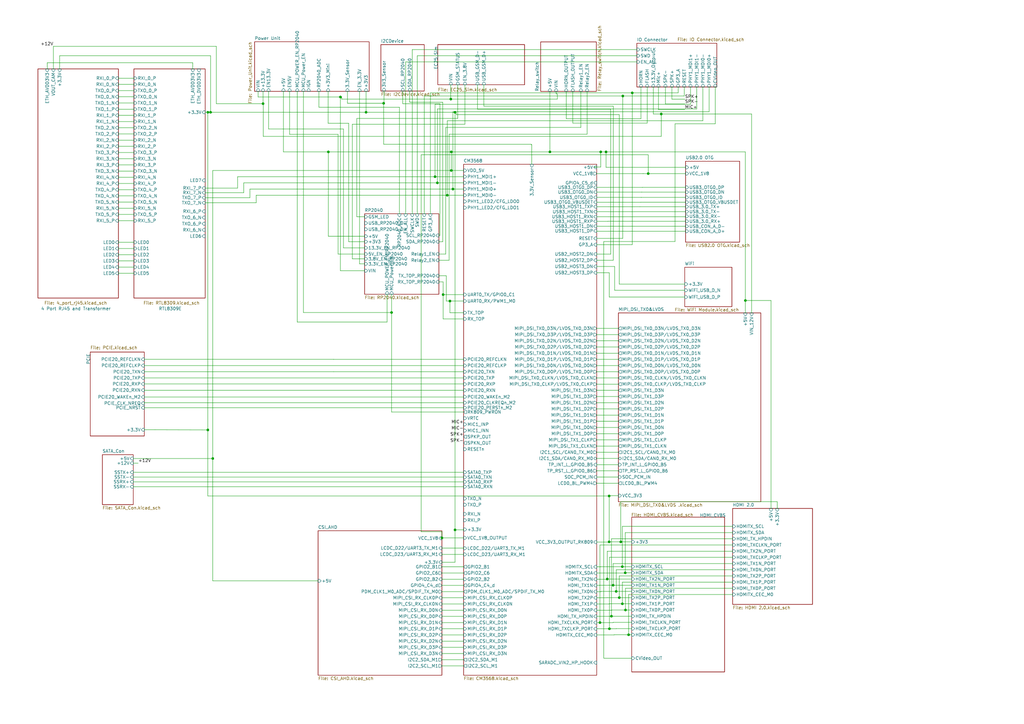
<source format=kicad_sch>
(kicad_sch (version 20230819) (generator eeschema)
  (paper "A3")
  (title_block (title "CamTracker") (date "2022-09-20") (rev "REV1") (company "SmartEQ Bilisim"))
  (junction (at 246.0749 255.3441))
  (junction (at 257.81 260.35))
  (junction (at 305.7143 123.2489))
  (junction (at 183.4532 80.0841))
  (junction (at 255.4496 39.37))
  (junction (at 139.621 39.7773))
  (junction (at 85.2535 46.0466))
  (junction (at 185.7689 77.5441))
  (junction (at 255.2549 232.41))
  (junction (at 250.7889 252.73))
  (junction (at 249.9619 257.8841))
  (junction (at 181.2543 220.6276))
  (junction (at 265.8616 71.1904))
  (junction (at 256.54 250.19))
  (junction (at 86.36 46.0466))
  (junction (at 185.0643 69.9241))
  (junction (at 157.3465 42.368))
  (junction (at 254.6056 222.25))
  (junction (at 87.2743 188.0533))
  (junction (at 271.207 46.7566))
  (junction (at 85.2535 176.342))
  (junction (at 255.27 247.65))
  (junction (at 254 245.11))
  (junction (at 134.6836 62.3041))
  (junction (at 256.4416 234.95))
  (junction (at 179.4008 75.0041))
  (junction (at 246.38 62.3041))
  (junction (at 186.6253 46.0466))
  (junction (at 259.3218 38.1))
  (junction (at 107.8837 42.5069))
  (junction (at 184.8977 40.64))
  (junction (at 178.4286 72.4641))
  (junction (at 252.73 242.57))
  (junction (at 225.5507 62.3041))
  (junction (at 185.0643 62.3041))
  (junction (at 249.8343 203.4243))
  (junction (at 186.6253 217.3333))
  (junction (at 150.1335 46.0466))
  (junction (at 160.6004 128.1761))
  (junction (at 251.46 240.03))
  (junction (at 181.7357 120.8256))
  (junction (at 249.8343 222.25))
  (junction (at 184.5435 123.4654))
  (junction (at 249.0522 237.49))
  (junction (at 248.5643 62.3041))
  (wire (pts (xy 59.1979 149.9341) (xy 190.1443 149.9341)))
  (wire (pts (xy 251.46 255.3441) (xy 246.0749 255.3441)))
  (wire (pts (xy 246.38 62.23) (xy 246.38 62.3041)))
  (wire (pts (xy 263.2462 78.7826) (xy 263.2462 78.7863)))
  (wire (pts (xy 183.0637 113.0853) (xy 183.0637 123.4654)))
  (wire (pts (xy 293.37 50.8) (xy 293.37 35.6717)))
  (wire (pts (xy 261.214 20.32) (xy 169.1013 20.32)))
  (wire (pts (xy 84.1399 46.0466) (xy 85.2535 46.0466)))
  (wire (pts (xy 181.7357 120.8256) (xy 190.1443 120.8256)))
  (wire (pts (xy 146.3657 88.9298) (xy 146.3657 48.5852)))
  (wire (pts (xy 244.7543 188.0341) (xy 253.6443 188.0341)))
  (wire (pts (xy 250.9543 250.19) (xy 250.9543 250.2641)))
  (wire (pts (xy 249.8792 247.65) (xy 249.8792 247.7241)))
  (wire (pts (xy 187.0987 46.99) (xy 187.0987 46.0466)))
  (wire (pts (xy 280.8943 40.6592) (xy 275.59 40.6592)))
  (wire (pts (xy 281.184 88.8697) (xy 281.184 88.7235)))
  (wire (pts (xy 171.1101 87.6853) (xy 171.1101 22.86)))
  (wire (pts (xy 244.7543 94.8228) (xy 244.7543 94.7023)))
  (wire (pts (xy 262.4842 84.7725) (xy 244.7543 84.7725)))
  (wire (pts (xy 190.1443 195.6618) (xy 190.1443 195.7126)))
  (wire (pts (xy 48.5799 90.4966) (xy 54.9299 90.4966)))
  (wire (pts (xy 308.2543 46.7566) (xy 271.207 46.7566)))
  (wire (pts (xy 246.38 62.3041) (xy 248.5643 62.3041)))
  (wire (pts (xy 244.7543 86.7996) (xy 244.7543 86.8389)))
  (wire (pts (xy 262.7382 82.9182) (xy 262.7382 82.9219)))
  (wire (pts (xy 138.6572 55.1211) (xy 118.7671 55.1211)))
  (wire (pts (xy 186.6253 46.0466) (xy 150.1335 46.0466)))
  (wire (pts (xy 244.7543 165.1741) (xy 253.6443 165.1741)))
  (wire (pts (xy 59.1979 167.2127) (xy 190.1443 167.2127)))
  (wire (pts (xy 244.7543 144.8541) (xy 253.6443 144.8541)))
  (wire (pts (xy 107.9554 55.9553) (xy 107.9554 42.5069)))
  (wire (pts (xy 256.54 241.3) (xy 256.54 250.19)))
  (wire (pts (xy 250.7889 252.73) (xy 259.08 252.73)))
  (wire (pts (xy 190.1443 197.6551) (xy 54.6347 197.6551)))
  (wire (pts (xy 19.3699 28.2666) (xy 19.3699 25.7266)))
  (wire (pts (xy 48.5799 34.6166) (xy 54.9299 34.6166)))
  (wire (pts (xy 184.5435 128.27) (xy 184.5435 123.4654)))
  (wire (pts (xy 249.8343 203.2741) (xy 253.6443 203.2741)))
  (wire (pts (xy 157.3465 42.368) (xy 142.5135 42.368)))
  (wire (pts (xy 244.7543 222.3241) (xy 249.8343 222.3241)))
  (wire (pts (xy 149.5396 108.2321) (xy 147.4601 108.2321)))
  (wire (pts (xy 248.92 237.49) (xy 248.92 237.5641)))
  (wire (pts (xy 85.2535 46.0466) (xy 85.2535 176.342)))
  (wire (pts (xy 160.6004 128.1761) (xy 160.6004 168.9841)))
  (wire (pts (xy 184.8977 40.64) (xy 184.8977 34.7894)))
  (wire (pts (xy 166.37 25.4) (xy 261.214 25.4)))
  (wire (pts (xy 244.7543 92.7627) (xy 281.184 92.7627)))
  (wire (pts (xy 59.1979 149.9341) (xy 59.1979 149.9383)))
  (wire (pts (xy 183.4532 49.53) (xy 183.4532 80.0841)))
  (wire (pts (xy 244.7543 195.6541) (xy 253.6443 195.6541)))
  (wire (pts (xy 59.1979 157.48) (xy 190.1443 157.48)))
  (wire (pts (xy 250.19 252.73) (xy 250.19 252.8041)))
  (wire (pts (xy 181.2543 224.787) (xy 190.1443 224.787)))
  (wire (pts (xy 228.6 38.5073) (xy 228.0907 38.5073)))
  (wire (pts (xy 244.7543 172.7941) (xy 253.6443 172.7941)))
  (wire (pts (xy 252.73 242.57) (xy 246.4884 242.57)))
  (wire (pts (xy 252.73 257.81) (xy 259.08 257.81)))
  (wire (pts (xy 48.5799 72.7166) (xy 54.9299 72.7166)))
  (wire (pts (xy 183.4532 80.0841) (xy 190.1443 80.0841)))
  (wire (pts (xy 251.8641 260.35) (xy 251.8641 260.4241)))
  (wire (pts (xy 118.7671 55.1211) (xy 118.7671 37.4762)))
  (wire (pts (xy 181.2543 235.0241) (xy 190.1443 235.0241)))
  (wire (pts (xy 257.81 243.84) (xy 257.81 260.35)))
  (wire (pts (xy 54.6347 189.9473) (xy 56.6706 189.9473)))
  (wire (pts (xy 249.8343 203.4243) (xy 85.2535 203.4243)))
  (wire (pts (xy 134.6836 96.9168) (xy 134.6836 62.3041)))
  (wire (pts (xy 190.1443 128.27) (xy 184.5435 128.27)))
  (wire (pts (xy 283.21 42.7938) (xy 178.4286 42.7938)))
  (wire (pts (xy 163.83 87.6853) (xy 163.83 43.9575)))
  (wire (pts (xy 246.0749 255.3441) (xy 244.7543 255.3441)))
  (wire (pts (xy 172.72 63.5) (xy 265.8616 63.5)))
  (wire (pts (xy 180.0196 106.7353) (xy 184.1858 106.7353)))
  (wire (pts (xy 280.8478 119.0491) (xy 252.0763 119.0491)))
  (wire (pts (xy 249.2833 90.7597) (xy 281.184 90.7597)))
  (wire (pts (xy 140.1303 39.7773) (xy 139.621 39.7773)))
  (wire (pts (xy 225.5507 62.3041) (xy 246.38 62.3041)))
  (wire (pts (xy 181.2543 260.4241) (xy 190.1443 260.4241)))
  (wire (pts (xy 180.4452 96.5753) (xy 180.4452 42.5262)))
  (wire (pts (xy 185.0643 69.9241) (xy 87.2743 69.9241)))
  (wire (pts (xy 244.7543 198.1941) (xy 253.6443 198.1941)))
  (wire (pts (xy 181.2543 270.5841) (xy 190.1443 270.5841)))
  (wire (pts (xy 251.46 231.14) (xy 251.46 240.03)))
  (wire (pts (xy 178.4286 42.7938) (xy 178.4286 72.4641)))
  (wire (pts (xy 165.1997 42.5262) (xy 165.1997 37.3422)))
  (wire (pts (xy 144.5193 50.9356) (xy 190.6977 50.9356)))
  (wire (pts (xy 280.67 39.37) (xy 255.4496 39.37)))
  (wire (pts (xy 144.5193 106.1727) (xy 144.5193 50.9356)))
  (wire (pts (xy 243.84 68.5059) (xy 246.38 68.5059)))
  (wire (pts (xy 181.7357 130.81) (xy 181.7357 120.8256)))
  (wire (pts (xy 255.2549 232.41) (xy 259.08 232.41)))
  (wire (pts (xy 195.841 44.776) (xy 195.841 34.7894)))
  (wire (pts (xy 102.5143 77.5441) (xy 102.5143 81.0623)))
  (wire (pts (xy 228.0907 38.5073) (xy 228.0907 37.5104)))
  (wire (pts (xy 110.1494 52.9047) (xy 110.1494 37.4762)))
  (wire (pts (xy 265.43 50.4771) (xy 234.95 50.4771)))
  (wire (pts (xy 134.5658 50.5734) (xy 134.5658 37.4762)))
  (wire (pts (xy 168.0469 41.6907) (xy 168.045 41.6907)))
  (wire (pts (xy 124.46 128.1761) (xy 160.6004 128.1761)))
  (wire (pts (xy 190.1443 130.81) (xy 181.7357 130.81)))
  (wire (pts (xy 190.1443 72.4641) (xy 178.4286 72.4641)))
  (wire (pts (xy 150.1335 37.4762) (xy 150.1335 46.0466)))
  (wire (pts (xy 244.7543 100.33) (xy 259.3218 100.33)))
  (wire (pts (xy 160.6004 120.7053) (xy 160.6004 128.1761)))
  (wire (pts (xy 149.5396 106.1727) (xy 144.5193 106.1727)))
  (wire (pts (xy 254 46.99) (xy 187.0987 46.99)))
  (wire (pts (xy 281.184 82.9182) (xy 262.7382 82.9182)))
  (wire (pts (xy 249.8343 203.2741) (xy 249.8343 203.4243)))
  (wire (pts (xy 24.4499 22.86) (xy 86.36 22.86)))
  (wire (pts (xy 173.99 39.37) (xy 173.99 87.6853)))
  (wire (pts (xy 217.9567 59.3224) (xy 218.1066 59.3224)))
  (wire (pts (xy 248.5643 68.6504) (xy 281.184 68.6504)))
  (wire (pts (xy 249.9619 257.8841) (xy 244.7543 257.8841)))
  (wire (pts (xy 276.86 50.8) (xy 293.37 50.8)))
  (wire (pts (xy 48.5799 112.0866) (xy 54.9299 112.0866)))
  (wire (pts (xy 190.6977 50.9356) (xy 190.6977 34.7894)))
  (wire (pts (xy 244.7543 245.1841) (xy 248.9695 245.1841)))
  (wire (pts (xy 176.53 38.1) (xy 259.3218 38.1)))
  (wire (pts (xy 290.83 45.8425) (xy 290.83 35.6717)))
  (wire (pts (xy 244.7543 142.3141) (xy 253.6443 142.3141)))
  (wire (pts (xy 252.73 257.81) (xy 252.73 257.8841)))
  (wire (pts (xy 48.5799 101.9266) (xy 54.9299 101.9266)))
  (wire (pts (xy 300.482 241.3) (xy 256.54 241.3)))
  (wire (pts (xy 271.207 55.9553) (xy 271.207 46.7566)))
  (wire (pts (xy 107.8837 37.4762) (xy 107.8837 42.5069)))
  (wire (pts (xy 250.7889 220.98) (xy 250.7889 252.73)))
  (wire (pts (xy 181.2543 220.6276) (xy 190.1443 220.6276)))
  (wire (pts (xy 265.43 35.6717) (xy 265.43 50.4771)))
  (wire (pts (xy 24.4499 22.86) (xy 24.4499 28.2666)))
  (wire (pts (xy 249.8343 203.4243) (xy 249.8343 222.25)))
  (wire (pts (xy 179.4008 44.6846) (xy 179.4008 75.0041)))
  (wire (pts (xy 251.46 240.03) (xy 259.08 240.03)))
  (wire (pts (xy 59.1979 176.2679) (xy 85.2535 176.342)))
  (wire (pts (xy 157.4964 42.368) (xy 157.3465 42.368)))
  (wire (pts (xy 300.482 236.22) (xy 254 236.22)))
  (wire (pts (xy 88.7436 19.0203) (xy 88.7436 42.5069)))
  (wire (pts (xy 48.5799 75.2566) (xy 54.9299 75.2566)))
  (wire (pts (xy 244.7543 190.5741) (xy 253.6443 190.5741)))
  (wire (pts (xy 190.1443 224.787) (xy 190.1443 224.8641)))
  (wire (pts (xy 181.2543 247.7241) (xy 190.1443 247.7241)))
  (wire (pts (xy 168.045 41.6907) (xy 168.045 37.3422)))
  (wire (pts (xy 157.4964 37.3422) (xy 157.4966 37.3422)))
  (wire (pts (xy 190.1443 217.3333) (xy 190.1443 217.17)))
  (wire (pts (xy 265.8616 63.5) (xy 265.8616 71.1904)))
  (wire (pts (xy 181.6251 99.1153) (xy 181.6251 41.9447)))
  (wire (pts (xy 48.5799 70.1766) (xy 54.9299 70.1766)))
  (wire (pts (xy 263.5002 76.8595) (xy 263.5002 76.8632)))
  (wire (pts (xy 225.5507 37.5104) (xy 225.5507 62.3041)))
  (wire (pts (xy 281.184 92.7627) (xy 281.184 92.8186)))
  (wire (pts (xy 48.5799 85.4166) (xy 54.9299 85.4166)))
  (wire (pts (xy 180.0196 104.1953) (xy 182.784 104.1953)))
  (wire (pts (xy 251.5548 43.519) (xy 251.5548 106.7541)))
  (wire (pts (xy 272.9294 42.6522) (xy 272.9294 35.6717)))
  (wire (pts (xy 256.4416 234.95) (xy 259.08 234.95)))
  (wire (pts (xy 316.23 123.2489) (xy 316.23 208.534)))
  (wire (pts (xy 183.0637 123.4654) (xy 184.5435 123.4654)))
  (wire (pts (xy 249.8873 121.8259) (xy 249.8873 111.8341)))
  (wire (pts (xy 263.7542 71.1941) (xy 244.7543 71.1941)))
  (wire (pts (xy 186.6253 46.0466) (xy 186.6253 217.3333)))
  (wire (pts (xy 248.92 237.49) (xy 249.0522 237.49)))
  (wire (pts (xy 146.3657 48.5852) (xy 187.743 48.5852)))
  (wire (pts (xy 176.53 87.6853) (xy 176.53 38.1)))
  (wire (pts (xy 280.8943 44.9663) (xy 270.0675 44.9663)))
  (wire (pts (xy 87.2743 238.2452) (xy 130.4543 238.2452)))
  (wire (pts (xy 48.5799 54.9366) (xy 54.9299 54.9366)))
  (wire (pts (xy 300.482 220.98) (xy 250.7889 220.98)))
  (wire (pts (xy 262.9922 80.9688) (xy 262.9922 80.9725)))
  (wire (pts (xy 252.73 257.8841) (xy 249.9619 257.8841)))
  (wire (pts (xy 190.1443 69.9241) (xy 185.0643 69.9241)))
  (wire (pts (xy 244.7543 106.7541) (xy 251.5548 106.7541)))
  (wire (pts (xy 48.5799 65.0966) (xy 54.9299 65.0966)))
  (wire (pts (xy 185.0643 62.3041) (xy 185.0643 69.9241)))
  (wire (pts (xy 21.9099 28.2666) (xy 21.9099 19.0203)))
  (wire (pts (xy 169.1013 20.32) (xy 169.1013 87.6853)))
  (wire (pts (xy 281.184 71.1904) (xy 265.8616 71.1904)))
  (wire (pts (xy 244.7543 90.7932) (xy 249.2833 90.7932)))
  (wire (pts (xy 48.5799 107.0066) (xy 54.9299 107.0066)))
  (wire (pts (xy 140.8787 101.6795) (xy 140.8787 52.9047)))
  (wire (pts (xy 134.6836 62.3041) (xy 185.0643 62.3041)))
  (wire (pts (xy 181.2543 232.4841) (xy 190.1443 232.4841)))
  (wire (pts (xy 228.6 38.5073) (xy 228.6 40.64)))
  (wire (pts (xy 217.9567 59.195) (xy 157.3465 59.195)))
  (wire (pts (xy 121.92 37.4762) (xy 121.92 132.08)))
  (wire (pts (xy 250.5073 44.776) (xy 195.841 44.776)))
  (wire (pts (xy 244.7543 260.4241) (xy 251.8641 260.4241)))
  (wire (pts (xy 244.7543 160.0941) (xy 253.6443 160.0941)))
  (wire (pts (xy 59.1979 160.0941) (xy 59.1979 160.02)))
  (wire (pts (xy 285.75 44.6846) (xy 179.4008 44.6846)))
  (wire (pts (xy 181.2543 252.8041) (xy 190.1443 252.8041)))
  (wire (pts (xy 180.0196 96.5753) (xy 180.4452 96.5753)))
  (wire (pts (xy 244.7543 104.2141) (xy 250.5073 104.2141)))
  (wire (pts (xy 300.482 228.6) (xy 249.9619 228.6)))
  (wire (pts (xy 54.6347 197.6551) (xy 54.6347 197.5965)))
  (wire (pts (xy 190.1443 227.4041) (xy 181.2543 227.4041)))
  (wire (pts (xy 256.54 250.19) (xy 259.08 250.19)))
  (wire (pts (xy 84.1399 81.0623) (xy 102.5143 81.0623)))
  (wire (pts (xy 300.482 238.76) (xy 255.27 238.76)))
  (wire (pts (xy 48.5799 87.9566) (xy 54.9299 87.9566)))
  (wire (pts (xy 59.1979 152.4975) (xy 136.8043 152.4975)))
  (wire (pts (xy 247.65 99.06) (xy 247.65 269.9564)))
  (wire (pts (xy 181.2543 262.9641) (xy 190.1443 262.9641)))
  (wire (pts (xy 255.27 247.65) (xy 259.08 247.65)))
  (wire (pts (xy 180.0196 99.1153) (xy 181.6251 99.1153)))
  (wire (pts (xy 276.86 99.06) (xy 276.86 50.8)))
  (wire (pts (xy 259.08 269.9564) (xy 247.65 269.9564)))
  (wire (pts (xy 270.0675 44.9663) (xy 270.0675 35.6717)))
  (wire (pts (xy 59.1979 165.1625) (xy 59.1979 165.3935)))
  (wire (pts (xy 244.7543 175.3341) (xy 253.6443 175.3341)))
  (wire (pts (xy 254 116.5179) (xy 254 46.99)))
  (wire (pts (xy 280.8478 116.5179) (xy 254 116.5179)))
  (wire (pts (xy 107.9554 55.9553) (xy 271.207 55.9553)))
  (wire (pts (xy 280.8478 121.8259) (xy 249.8873 121.8259)))
  (wire (pts (xy 246.38 232.4841) (xy 244.7543 232.4841)))
  (wire (pts (xy 255.4496 39.37) (xy 173.99 39.37)))
  (wire (pts (xy 140.1303 40.64) (xy 140.1303 39.7773)))
  (wire (pts (xy 116.2587 62.3041) (xy 134.6836 62.3041)))
  (wire (pts (xy 246.4884 242.57) (xy 246.4884 242.6441)))
  (wire (pts (xy 48.5799 80.3366) (xy 54.9299 80.3366)))
  (wire (pts (xy 86.36 22.86) (xy 86.36 46.0466)))
  (wire (pts (xy 181.2543 240.1041) (xy 190.1443 240.1041)))
  (wire (pts (xy 184.1858 55.02) (xy 240.7907 55.02)))
  (wire (pts (xy 245.9095 240.03) (xy 245.9095 240.1041)))
  (wire (pts (xy 190.1443 165.1625) (xy 59.1979 165.1625)))
  (wire (pts (xy 180.0196 115.6253) (xy 181.7357 115.6253)))
  (wire (pts (xy 105.0543 80.0841) (xy 183.4532 80.0841)))
  (wire (pts (xy 255.2549 215.9) (xy 255.2549 232.41)))
  (wire (pts (xy 271.207 46.7566) (xy 267.97 46.7566)))
  (wire (pts (xy 300.482 243.84) (xy 257.81 243.84)))
  (wire (pts (xy 54.6347 199.6265) (xy 190.1443 199.6265)))
  (wire (pts (xy 244.7543 152.4741) (xy 253.6443 152.4741)))
  (wire (pts (xy 48.5799 99.3866) (xy 54.9299 99.3866)))
  (wire (pts (xy 251.46 255.27) (xy 251.46 255.3441)))
  (wire (pts (xy 48.5799 57.4766) (xy 54.9299 57.4766)))
  (wire (pts (xy 190.1443 199.6265) (xy 190.1443 199.597)))
  (wire (pts (xy 255.4496 97.79) (xy 255.4496 39.37)))
  (wire (pts (xy 248.92 237.5641) (xy 244.7543 237.5641)))
  (wire (pts (xy 257.81 260.35) (xy 259.08 260.35)))
  (wire (pts (xy 130.81 43.9575) (xy 130.81 37.4762)))
  (wire (pts (xy 244.7543 137.2341) (xy 253.6443 137.2341)))
  (wire (pts (xy 187.743 48.5852) (xy 187.743 34.7894)))
  (wire (pts (xy 181.2543 227.4041) (xy 181.2543 227.327)))
  (wire (pts (xy 250.19 252.73) (xy 250.7889 252.73)))
  (wire (pts (xy 278.13 38.1) (xy 278.13 35.6717)))
  (wire (pts (xy 275.59 35.56) (xy 275.6124 35.6717)))
  (wire (pts (xy 181.2543 255.3441) (xy 190.1443 255.3441)))
  (wire (pts (xy 300.482 218.44) (xy 256.4127 218.44)))
  (wire (pts (xy 187.0987 46.0466) (xy 186.6253 46.0466)))
  (wire (pts (xy 251.8641 260.35) (xy 257.81 260.35)))
  (wire (pts (xy 244.7543 180.4141) (xy 253.6443 180.4141)))
  (wire (pts (xy 172.72 218.1072) (xy 181.2543 218.1072)))
  (wire (pts (xy 285.75 35.6717) (xy 285.75 44.6846)))
  (wire (pts (xy 59.1979 155.0141) (xy 190.1443 155.0141)))
  (wire (pts (xy 305.7143 123.2489) (xy 305.7143 62.3041)))
  (wire (pts (xy 244.7543 155.0141) (xy 253.6443 155.0141)))
  (wire (pts (xy 190.1443 162.8307) (xy 190.1443 162.7706)))
  (wire (pts (xy 249.0522 237.49) (xy 259.08 237.49)))
  (wire (pts (xy 308.2543 128.3441) (xy 308.2543 46.7566)))
  (wire (pts (xy 255.27 238.76) (xy 255.27 247.65)))
  (wire (pts (xy 288.29 49.53) (xy 183.4532 49.53)))
  (wire (pts (xy 262.4842 84.7688) (xy 281.184 84.7688)))
  (wire (pts (xy 157.4964 42.368) (xy 157.4964 37.3422)))
  (wire (pts (xy 48.5799 42.2366) (xy 54.9299 42.2366)))
  (wire (pts (xy 243.84 68.5059) (xy 243.84 68.58)))
  (wire (pts (xy 107.9554 42.5069) (xy 107.8837 42.5069)))
  (wire (pts (xy 254.6056 205.74) (xy 254.6056 222.25)))
  (wire (pts (xy 48.5799 49.8566) (xy 54.9299 49.8566)))
  (wire (pts (xy 281.184 78.7826) (xy 263.2462 78.7826)))
  (wire (pts (xy 181.2543 245.1841) (xy 190.1443 245.1841)))
  (wire (pts (xy 305.7143 128.3441) (xy 305.7143 123.2489)))
  (wire (pts (xy 178.4286 72.4641) (xy 97.4343 72.4641)))
  (wire (pts (xy 142.998 99.1153) (xy 142.998 50.5734)))
  (wire (pts (xy 244.7543 193.1141) (xy 253.6443 193.1141)))
  (wire (pts (xy 48.5799 67.6366) (xy 54.9299 67.6366)))
  (wire (pts (xy 248.9695 245.11) (xy 248.9695 245.1841)))
  (wire (pts (xy 246.38 232.41) (xy 246.38 232.4841)))
  (wire (pts (xy 281.184 86.7996) (xy 244.7543 86.7996)))
  (wire (pts (xy 244.7543 240.1041) (xy 245.9095 240.1041)))
  (wire (pts (xy 244.7543 170.2541) (xy 253.6443 170.2541)))
  (wire (pts (xy 184.1858 106.7353) (xy 184.1858 55.02)))
  (wire (pts (xy 190.1443 77.5441) (xy 185.7689 77.5441)))
  (wire (pts (xy 86.36 46.0466) (xy 150.1335 46.0466)))
  (wire (pts (xy 136.8043 147.3941) (xy 190.1443 147.3941)))
  (wire (pts (xy 244.7543 139.7741) (xy 253.6443 139.7741)))
  (wire (pts (xy 251.5548 43.519) (xy 198.4674 43.519)))
  (wire (pts (xy 246.38 232.41) (xy 255.2549 232.41)))
  (wire (pts (xy 246.38 68.5059) (xy 246.38 62.3041)))
  (wire (pts (xy 244.7543 109.2941) (xy 252.0763 109.2941)))
  (wire (pts (xy 234.95 50.4771) (xy 234.95 37.5104)))
  (wire (pts (xy 87.2743 69.9241) (xy 87.2743 188.0533)))
  (wire (pts (xy 168.0469 41.9447) (xy 168.0469 41.6907)))
  (wire (pts (xy 59.1979 147.3859) (xy 136.8043 147.3859)))
  (wire (pts (xy 281.184 94.8228) (xy 244.7543 94.8228)))
  (wire (pts (xy 249.9619 228.6) (xy 249.9619 257.8841)))
  (wire (pts (xy 185.7689 77.5441) (xy 102.5143 77.5441)))
  (wire (pts (xy 182.784 104.1953) (xy 182.784 52.2713)))
  (wire (pts (xy 87.2743 188.0533) (xy 87.2743 238.2452)))
  (wire (pts (xy 48.5799 77.7966) (xy 54.9299 77.7966)))
  (wire (pts (xy 79.0599 25.7266) (xy 79.0599 28.2666)))
  (wire (pts (xy 238.2507 52.2713) (xy 238.2507 37.5104)))
  (wire (pts (xy 252.73 242.57) (xy 259.08 242.57)))
  (wire (pts (xy 251.46 255.27) (xy 259.08 255.27)))
  (wire (pts (xy 249.0522 226.06) (xy 249.0522 237.49)))
  (wire (pts (xy 136.8043 147.3859) (xy 136.8043 147.3941)))
  (wire (pts (xy 244.7543 111.8341) (xy 249.8873 111.8341)))
  (wire (pts (xy 250.9543 250.19) (xy 256.54 250.19)))
  (wire (pts (xy 54.6347 195.6618) (xy 190.1443 195.6618)))
  (wire (pts (xy 256.4127 234.95) (xy 256.4416 234.95)))
  (wire (pts (xy 300.482 233.68) (xy 252.73 233.68)))
  (wire (pts (xy 186.6253 217.3333) (xy 190.1443 217.3333)))
  (wire (pts (xy 275.59 40.6592) (xy 275.59 35.56)))
  (wire (pts (xy 166.37 87.6853) (xy 166.37 25.4)))
  (wire (pts (xy 244.7543 157.5541) (xy 253.6443 157.5541)))
  (wire (pts (xy 149.5396 111.0247) (xy 139.621 111.0247)))
  (wire (pts (xy 305.7143 62.3041) (xy 248.5643 62.3041)))
  (wire (pts (xy 48.5799 104.4666) (xy 54.9299 104.4666)))
  (wire (pts (xy 105.8484 39.7773) (xy 139.621 39.7773)))
  (wire (pts (xy 316.23 123.2489) (xy 305.7143 123.2489)))
  (wire (pts (xy 184.8977 40.64) (xy 228.6 40.64)))
  (wire (pts (xy 157.3465 59.195) (xy 157.3465 42.368)))
  (wire (pts (xy 140.8787 52.9047) (xy 110.1494 52.9047)))
  (wire (pts (xy 180.0196 113.0853) (xy 183.0637 113.0853)))
  (wire (pts (xy 105.8484 39.7773) (xy 105.8484 37.4762)))
  (wire (pts (xy 99.9743 75.0041) (xy 179.4008 75.0041)))
  (wire (pts (xy 181.7357 115.6253) (xy 181.7357 120.8256)))
  (wire (pts (xy 283.21 35.6717) (xy 283.21 42.7938)))
  (wire (pts (xy 181.2543 273.1241) (xy 190.1443 273.1241)))
  (wire (pts (xy 288.29 35.6717) (xy 288.29 49.53)))
  (wire (pts (xy 244.7543 247.7241) (xy 249.8792 247.7241)))
  (wire (pts (xy 21.9099 19.0203) (xy 88.7436 19.0203)))
  (wire (pts (xy 243.84 68.58) (xy 244.7543 68.58)))
  (wire (pts (xy 281.184 76.8595) (xy 263.5002 76.8595)))
  (wire (pts (xy 280.8839 42.6522) (xy 272.9294 42.6522)))
  (wire (pts (xy 218.1066 59.3224) (xy 218.1066 67.3841)))
  (wire (pts (xy 142.5135 42.368) (xy 142.5135 37.4762)))
  (wire (pts (xy 262.9922 80.9688) (xy 281.184 80.9688)))
  (wire (pts (xy 48.5799 47.3166) (xy 54.9299 47.3166)))
  (wire (pts (xy 300.482 226.06) (xy 249.0522 226.06)))
  (wire (pts (xy 263.7542 71.1904) (xy 265.8616 71.1904)))
  (wire (pts (xy 300.482 223.52) (xy 246.0749 223.52)))
  (wire (pts (xy 48.5799 32.0766) (xy 54.9299 32.0766)))
  (wire (pts (xy 48.5799 52.3966) (xy 54.9299 52.3966)))
  (wire (pts (xy 252.0763 119.0491) (xy 252.0763 109.2941)))
  (wire (pts (xy 48.5799 62.5566) (xy 54.9299 62.5566)))
  (wire (pts (xy 245.9095 240.03) (xy 251.46 240.03)))
  (wire (pts (xy 139.621 111.0247) (xy 139.621 39.7773)))
  (wire (pts (xy 246.0749 223.52) (xy 246.0749 255.3441)))
  (wire (pts (xy 262.89 35.6717) (xy 262.89 48.6884)))
  (wire (pts (xy 262.9922 80.9725) (xy 244.7543 80.9725)))
  (wire (pts (xy 181.2543 237.5641) (xy 190.1443 237.5641)))
  (wire (pts (xy 105.0543 80.0841) (xy 105.0543 83.1801)))
  (wire (pts (xy 244.7543 177.8741) (xy 253.6443 177.8741)))
  (wire (pts (xy 262.4842 84.7688) (xy 262.4842 84.7725)))
  (wire (pts (xy 86.36 46.0466) (xy 85.2535 46.0466)))
  (wire (pts (xy 198.4674 43.519) (xy 198.4674 34.7894)))
  (wire (pts (xy 263.2462 78.7863) (xy 244.7543 78.7863)))
  (wire (pts (xy 244.7543 147.3941) (xy 253.6443 147.3941)))
  (wire (pts (xy 247.65 99.06) (xy 276.86 99.06)))
  (wire (pts (xy 181.2543 257.8841) (xy 190.1443 257.8841)))
  (wire (pts (xy 84.1399 79.0118) (xy 99.9743 79.0118)))
  (wire (pts (xy 244.7543 97.79) (xy 255.4496 97.79)))
  (wire (pts (xy 244.7543 235.0241) (xy 256.4416 235.0241)))
  (wire (pts (xy 262.89 48.6884) (xy 232.2402 48.6884)))
  (wire (pts (xy 180.4452 42.5262) (xy 165.1997 42.5262)))
  (wire (pts (xy 256.4416 235.0241) (xy 256.4416 234.95)))
  (wire (pts (xy 84.1399 83.1801) (xy 105.0543 83.1801)))
  (wire (pts (xy 97.4343 72.4641) (xy 97.4343 77.1427)))
  (wire (pts (xy 248.5643 68.6504) (xy 248.5643 62.3041)))
  (wire (pts (xy 262.7382 82.9219) (xy 244.7543 82.9219)))
  (wire (pts (xy 182.784 52.2713) (xy 238.2507 52.2713)))
  (wire (pts (xy 249.2833 90.7932) (xy 249.2833 90.7597)))
  (wire (pts (xy 181.2543 218.1072) (xy 181.2543 220.6276)))
  (wire (pts (xy 250.5073 104.2141) (xy 250.5073 44.776)))
  (wire (pts (xy 149.5396 88.9298) (xy 146.3657 88.9298)))
  (wire (pts (xy 248.9695 245.11) (xy 254 245.11)))
  (wire (pts (xy 318.77 205.74) (xy 318.77 208.534)))
  (wire (pts (xy 48.5799 82.8766) (xy 54.9299 82.8766)))
  (wire (pts (xy 163.83 43.9575) (xy 130.81 43.9575)))
  (wire (pts (xy 184.5435 123.4654) (xy 190.1443 123.4654)))
  (wire (pts (xy 121.92 132.08) (xy 158.75 132.08)))
  (wire (pts (xy 158.75 132.08) (xy 158.75 120.7053)))
  (wire (pts (xy 149.5396 104.1953) (xy 138.6572 104.1953)))
  (wire (pts (xy 185.7689 77.5441) (xy 185.7689 45.8425)))
  (wire (pts (xy 149.5396 99.1153) (xy 142.998 99.1153)))
  (wire (pts (xy 232.2402 48.6884) (xy 232.2402 37.5104)))
  (wire (pts (xy 244.7543 134.6941) (xy 253.6443 134.6941)))
  (wire (pts (xy 48.5799 39.6966) (xy 54.9299 39.6966)))
  (wire (pts (xy 54.6347 188.0533) (xy 87.2743 188.0533)))
  (wire (pts (xy 244.7543 167.7141) (xy 253.6443 167.7141)))
  (wire (pts (xy 259.3218 100.33) (xy 259.3218 38.1)))
  (wire (pts (xy 48.5799 44.7766) (xy 54.9299 44.7766)))
  (wire (pts (xy 160.6004 168.9841) (xy 190.1443 168.9841)))
  (wire (pts (xy 244.7543 149.9341) (xy 253.6443 149.9341)))
  (wire (pts (xy 300.482 215.9) (xy 255.2549 215.9)))
  (wire (pts (xy 116.2587 37.4762) (xy 116.2587 62.3041)))
  (wire (pts (xy 54.6347 193.7322) (xy 190.1443 193.7322)))
  (wire (pts (xy 217.9567 59.3224) (xy 217.9567 59.195)))
  (wire (pts (xy 181.2543 250.2641) (xy 190.1443 250.2641)))
  (wire (pts (xy 85.2535 203.4243) (xy 85.2535 176.342)))
  (wire (pts (xy 249.8343 222.25) (xy 254.6056 222.25)))
  (wire (pts (xy 244.7543 182.9541) (xy 253.6443 182.9541)))
  (wire (pts (xy 244.7543 250.2641) (xy 250.9543 250.2641)))
  (wire (pts (xy 149.5396 101.6795) (xy 140.8787 101.6795)))
  (wire (pts (xy 249.8792 247.65) (xy 255.27 247.65)))
  (wire (pts (xy 136.8043 152.4975) (xy 136.8043 152.4741)))
  (wire (pts (xy 256.4127 218.44) (xy 256.4127 234.95)))
  (wire (pts (xy 181.2543 220.6276) (xy 181.2543 220.7204)))
  (wire (pts (xy 179.4008 75.0041) (xy 190.1443 75.0041)))
  (wire (pts (xy 252.73 233.68) (xy 252.73 242.57)))
  (wire (pts (xy 244.7543 88.8697) (xy 281.184 88.8697)))
  (wire (pts (xy 181.2543 265.5041) (xy 190.1443 265.5041)))
  (wire (pts (xy 250.19 252.8041) (xy 244.7543 252.8041)))
  (wire (pts (xy 48.5799 37.1566) (xy 54.9299 37.1566)))
  (wire (pts (xy 147.4601 108.2321) (xy 147.4601 37.4762)))
  (wire (pts (xy 190.1443 157.48) (xy 190.1443 157.5541)))
  (wire (pts (xy 185.7689 45.8425) (xy 290.83 45.8425)))
  (wire (pts (xy 181.2543 268.0441) (xy 190.1443 268.0441)))
  (wire (pts (xy 280.67 35.6717) (xy 280.67 39.37)))
  (wire (pts (xy 249.8343 222.25) (xy 249.8343 222.3241)))
  (wire (pts (xy 136.8043 152.4741) (xy 190.1443 152.4741)))
  (wire (pts (xy 240.7907 55.02) (xy 240.7907 37.5104)))
  (wire (pts (xy 84.1399 77.1427) (xy 97.4343 77.1427)))
  (wire (pts (xy 254 245.11) (xy 259.08 245.11)))
  (wire (pts (xy 254 236.22) (xy 254 245.11)))
  (wire (pts (xy 244.7543 162.6341) (xy 253.6443 162.6341)))
  (wire (pts (xy 181.6251 41.9447) (xy 168.0469 41.9447)))
  (wire (pts (xy 59.1979 155.0141) (xy 59.1979 155.0154)))
  (wire (pts (xy 244.7543 185.4941) (xy 253.6443 185.4941)))
  (wire (pts (xy 254.6056 222.25) (xy 259.08 222.25)))
  (wire (pts (xy 259.3218 38.1) (xy 278.13 38.1)))
  (wire (pts (xy 99.9743 75.0041) (xy 99.9743 79.0118)))
  (wire (pts (xy 190.1443 160.0941) (xy 59.1979 160.0941)))
  (wire (pts (xy 181.2543 242.6441) (xy 190.1443 242.6441)))
  (wire (pts (xy 171.1101 22.86) (xy 261.214 22.86)))
  (wire (pts (xy 138.6572 104.1953) (xy 138.6572 55.1211)))
  (wire (pts (xy 263.7542 71.1904) (xy 263.7542 71.1941)))
  (wire (pts (xy 88.7436 42.5069) (xy 107.8837 42.5069)))
  (wire (pts (xy 244.7543 242.6441) (xy 246.4884 242.6441)))
  (wire (pts (xy 59.1979 162.8307) (xy 190.1443 162.8307)))
  (wire (pts (xy 172.72 218.1072) (xy 172.72 63.5)))
  (wire (pts (xy 48.5799 60.0166) (xy 54.9299 60.0166)))
  (wire (pts (xy 124.46 37.4762) (xy 124.46 128.1761)))
  (wire (pts (xy 185.0643 62.3041) (xy 225.5507 62.3041)))
  (wire (pts (xy 140.1303 40.64) (xy 184.8977 40.64)))
  (wire (pts (xy 149.5396 96.9168) (xy 134.6836 96.9168)))
  (wire (pts (xy 19.3699 25.7266) (xy 79.0599 25.7266)))
  (wire (pts (xy 186.6253 217.3333) (xy 186.6253 230.5963)))
  (wire (pts (xy 186.6253 230.5963) (xy 181.2543 230.5963)))
  (wire (pts (xy 300.482 231.14) (xy 251.46 231.14)))
  (wire (pts (xy 267.97 46.7566) (xy 267.97 35.6717)))
  (wire (pts (xy 48.5799 109.5466) (xy 54.9299 109.5466)))
  (wire (pts (xy 142.998 50.5734) (xy 134.5658 50.5734)))
  (wire (pts (xy 263.5002 76.8632) (xy 244.7543 76.8632)))
  (wire (pts (xy 254.6056 205.74) (xy 318.77 205.74)))
  (label "SPK-" (at 190.1443 181.6841 180))
  (label "MIC+" (at 280.8943 44.9663 0))
  (label "+12V" (at 21.9099 19.0203 180))
  (label "MIC-" (at 190.1443 176.6041 180))
  (label "SPK+" (at 280.8943 40.6592 0))
  (label "+12V" (at 56.6706 189.9473 0))
  (label "SPK+" (at 190.1443 179.1441 180))
  (label "MIC+" (at 190.1443 174.0641 180))
  (label "SPK-" (at 280.8839 42.6522 0))
  (sheet (at 149.5396 87.6853) (size 30.48 33.02) (stroke (width 0.1524))
    (property "Sheetname" "RP2040" (at 149.5396 86.9737 0) (effects (justify left bottom)))
    (property "Sheetfile" "RP2040.kicad_sch" (at 149.5396 121.2899 0) (effects (justify left top)))
    (pin "5V_EN_RP2040" input (at 149.5396 104.1953 180))
    (pin "3.3V_EN_RP2040" input (at 149.5396 108.2321 180))
    (pin "+3V3" input (at 149.5396 99.1153 180))
    (pin "SDA_RP2040" input (at 180.0196 99.1153 0))
    (pin "SCL_RP2040" input (at 180.0196 96.5753 0))
    (pin "SWD" input (at 171.1101 87.6853 90))
    (pin "SWCLK" input (at 169.1013 87.6853 90))
    (pin "VIN" input (at 149.5396 111.0247 180))
    (pin "TX_TOP_RP2040" input (at 180.0196 113.0853 0))
    (pin "RX_TOP_RP2040" input (at 180.0196 115.6253 0))
    (pin "USB_RP2040_D+" input (at 149.5396 94.0353 180))
    (pin "USB_RP2040_D-" input (at 149.5396 91.4953 180))
    (pin "3.8V_EN_RP2040" input (at 149.5396 106.1727 180))
    (pin "Relay1_EN" input (at 180.0196 104.1953 0))
    (pin "Relay2_EN" input (at 180.0196 106.7353 0))
    (pin "EN_ALL" input (at 166.37 87.6853 90))
    (pin "13.3V_EN_RP2040" input (at 149.5396 101.6795 180))
    (pin "GSM_LED" input (at 149.5396 88.9298 180))
    (pin "+5V" input (at 149.5396 96.9168 180))
    (pin "MCU_Power_EN" input (at 160.6004 120.7053 270))
    (pin "GP3_A" input (at 176.53 87.6853 90))
    (pin "RESET" input (at 173.99 87.6853 90))
    (pin "MCU_POWER_EN_RP2040" input (at 158.75 120.7053 270))
    (pin "RP2040_ADC" input (at 163.83 87.6853 90))
  )
  (sheet (at 259.08 212.09) (size 38.1 63.5) (stroke (width 0.1524))
    (property "Sheetname" "HDMI_CVBS" (at 287.02 212.09 0) (effects (justify left bottom)))
    (property "Sheetfile" "HDMI_CVBS.kicad_sch" (at 258.8455 210.4345 0) (effects (justify left top)))
    (pin "HDMI_TX1N_PORT" input (at 259.08 240.03 180))
    (pin "HDMI_TX1P_PORT" input (at 259.08 247.65 180))
    (pin "HDMI_TX2P_PORT" input (at 259.08 245.11 180))
    (pin "HDMI_TX2N_PORT" input (at 259.08 237.49 180))
    (pin "HDMI_TX0P_PORT" input (at 259.08 250.19 180))
    (pin "HDMI_TX0N_PORT" input (at 259.08 242.57 180))
    (pin "HDMI_TXCLKP_PORT" input (at 259.08 257.81 180))
    (pin "HDMI_TXCLKN_PORT" input (at 259.08 255.27 180))
    (pin "+3V3" input (at 259.08 222.25 180))
    (pin "HDMI_TX_HPDIN" input (at 259.08 252.73 180))
    (pin "HDMITX_CEC_M0" input (at 259.08 260.35 180))
    (pin "HDMITX_SDA" input (at 259.08 234.95 180))
    (pin "HDMITX_SCL" input (at 259.08 232.41 180))
    (pin "CVideo_OUT" input (at 259.08 269.9564 180))
  )
  (sheet (at 37.002 144.3923) (size 22.1959 34.4237) (stroke (width 0.1524))
    (property "Sheetname" "PCIE" (at 37.002 149.4723 90) (effects (justify left bottom)))
    (property "Sheetfile" "PCIE.kicad_sch" (at 37.002 141.8523 0) (effects (justify left top)))
    (pin "PCIE20_RXP" input (at 59.1979 157.48 0))
    (pin "PCIE20_REFCLKN" input (at 59.1979 147.3859 0))
    (pin "PCIE20_REFCLKP" input (at 59.1979 149.9383 0))
    (pin "PCIE20_TXP" input (at 59.1979 155.0154 0))
    (pin "PCIE20_RXN" input (at 59.1979 160.02 0))
    (pin "PCIE20_TXN" input (at 59.1979 152.4975 0))
    (pin "+3.3V" input (at 59.1979 176.2679 0))
    (pin "PCIE20_WAKEn_M2" input (at 59.1979 162.8307 0))
    (pin "PCIE_NRST" input (at 59.1979 167.2127 0))
    (pin "PCIE_CLK_NREQ" input (at 59.1979 165.3935 0))
  )
  (sheet (at 15.5599 28.2666) (size 33.02 93.98) (stroke (width 0.1524))
    (property "Sheetname" "4 Port RJ45 and Transformer" (at 16.8299 127.3266 0) (effects (justify left bottom)))
    (property "Sheetfile" "4_port_rj45.kicad_sch" (at 18.0999 123.5166 0) (effects (justify left top)))
    (pin "TXO_2_P" input (at 48.5799 54.9366 0))
    (pin "TXO_3_P" input (at 48.5799 62.5566 0))
    (pin "TXO_3_N" input (at 48.5799 70.1766 0))
    (pin "RXI_3_P" input (at 48.5799 67.6366 0))
    (pin "TXO_2_N" input (at 48.5799 52.3966 0))
    (pin "ETH_AVDD3V3" input (at 19.3699 28.2666 90))
    (pin "VOUT_CAM" input (at 21.9099 28.2666 90))
    (pin "+3.3V" input (at 24.4499 28.2666 90))
    (pin "LED2" input (at 48.5799 104.4666 0))
    (pin "LED3" input (at 48.5799 107.0066 0))
    (pin "LED1" input (at 48.5799 101.9266 0))
    (pin "LED4" input (at 48.5799 109.5466 0))
    (pin "TXO_0_N" input (at 48.5799 39.6966 0))
    (pin "TXO_1_N" input (at 48.5799 42.2366 0))
    (pin "RXI_1_N" input (at 48.5799 49.8566 0))
    (pin "TXO_1_P" input (at 48.5799 44.7766 0))
    (pin "RXI_1_P" input (at 48.5799 47.3166 0))
    (pin "TXO_0_P" input (at 48.5799 37.1566 0))
    (pin "RXI_0_P" input (at 48.5799 32.0766 0))
    (pin "RXI_0_N" input (at 48.5799 34.6166 0))
    (pin "RXI_2_N" input (at 48.5799 57.4766 0))
    (pin "RXI_2_P" input (at 48.5799 60.0166 0))
    (pin "RXI_3_N" input (at 48.5799 65.0966 0))
    (pin "TXO_4_P" input (at 48.5799 77.7966 0))
    (pin "RXI_4_N" input (at 48.5799 72.7166 0))
    (pin "TXO_4_N" input (at 48.5799 80.3366 0))
    (pin "RXI_4_P" input (at 48.5799 75.2566 0))
    (pin "TXO_5_P" input (at 48.5799 87.9566 0))
    (pin "RXI_5_N" input (at 48.5799 85.4166 0))
    (pin "TXO_5_N" input (at 48.5799 82.8766 0))
    (pin "RXI_5_P" input (at 48.5799 90.4966 0))
    (pin "LED0" input (at 48.5799 99.3866 0))
    (pin "LED5" input (at 48.5799 112.0866 0))
  )
  (sheet (at 253.6443 128.3441) (size 58.42 77.47) (stroke (width 0.1524))
    (property "Sheetname" "MIPI_DSI_TX0&LVDS " (at 253.6443 127.6325 0) (effects (justify left bottom)))
    (property "Sheetfile" "MIPI_DSI_TX0&LVDS .kicad_sch" (at 253.6443 206.3987 0) (effects (justify left top)))
    (pin "MIPI_DSI_TX0_D2N{slash}LVDS_TX0_D2N" output (at 253.6443 139.7741 180))
    (pin "MIPI_DSI_TX0_D0N{slash}LVDS_TX0_D0N" output (at 253.6443 149.9341 180))
    (pin "MIPI_DSI_TX0_D1N{slash}LVDS_TX0_D1N" output (at 253.6443 144.8541 180))
    (pin "MIPI_DSI_TX1_D0N" output (at 253.6443 175.3341 180))
    (pin "MIPI_DSI_TX0_D3N{slash}LVDS_TX0_D3N" output (at 253.6443 134.6941 180))
    (pin "MIPI_DSI_TX0_CLKN{slash}LVDS_TX0_CLKN" output (at 253.6443 155.0141 180))
    (pin "LCD0_BL_PWM4" output (at 253.6443 198.1941 180))
    (pin "MIPI_DSI_TX1_D3N" output (at 253.6443 160.0941 180))
    (pin "MIPI_DSI_TX1_D2N" output (at 253.6443 165.1741 180))
    (pin "MIPI_DSI_TX1_CLKN" output (at 253.6443 182.9541 180))
    (pin "MIPI_DSI_TX1_D1N" output (at 253.6443 170.2541 180))
    (pin "I2C1_SDA{slash}CAN0_RX_M0" bidirectional (at 253.6443 188.0341 180))
    (pin "TP_INT_L_GPIO0_B5" input (at 253.6443 190.5741 180))
    (pin "VCC_3V3" input (at 253.6443 203.2741 180))
    (pin "VIN_12V" input (at 308.2543 128.3441 90))
    (pin "+5V" input (at 305.7143 128.3441 90))
    (pin "MIPI_DSI_TX1_D0P" output (at 253.6443 177.8741 180))
    (pin "MIPI_DSI_TX1_CLKP" output (at 253.6443 180.4141 180))
    (pin "MIPI_DSI_TX1_D1P" output (at 253.6443 172.7941 180))
    (pin "MIPI_DSI_TX1_D3P" output (at 253.6443 162.6341 180))
    (pin "MIPI_DSI_TX1_D2P" output (at 253.6443 167.7141 180))
    (pin "SOC_PCM_IN" input (at 253.6443 195.6541 180))
    (pin "MIPI_DSI_TX0_D1P{slash}LVDS_TX0_D1P" output (at 253.6443 147.3941 180))
    (pin "MIPI_DSI_TX0_D3P{slash}LVDS_TX0_D3P" output (at 253.6443 137.2341 180))
    (pin "MIPI_DSI_TX0_CLKP{slash}LVDS_TX0_CLKP" output (at 253.6443 157.5541 180))
    (pin "MIPI_DSI_TX0_D2P{slash}LVDS_TX0_D2P" output (at 253.6443 142.3141 180))
    (pin "MIPI_DSI_TX0_D0P{slash}LVDS_TX0_D0P" output (at 253.6443 152.4741 180))
    (pin "I2C1_SCL{slash}CAN0_TX_M0" output (at 253.6443 185.4941 180))
    (pin "TP_RST_L_GPIO0_B6" output (at 253.6443 193.1141 180))
  )
  (sheet (at 156.2264 18.2922) (size 17.78 19.05) (stroke (width 0.1524))
    (property "Sheetname" "I2CDevice" (at 156.2264 17.5806 0) (effects (justify left bottom)))
    (property "Sheetfile" "I2CDevice.kicad_sch" (at 156.2264 37.9268 0) (effects (justify left top)))
    (pin "SCL_RP2040" input (at 165.1997 37.3422 270))
    (pin "SDA_RP2040" input (at 168.045 37.3422 270))
    (pin "3V3_Sensor" input (at 157.4966 37.3422 270))
  )
  (sheet (at 300.482 208.534) (size 32.766 39.37) (stroke (width 0.1524))
    (property "Sheetname" "HDMI 2.0 " (at 300.482 207.8224 0) (effects (justify left bottom)))
    (property "Sheetfile" "HDMI 2.0.kicad_sch" (at 300.482 248.4886 0) (effects (justify left top)))
    (pin "HDMI_TX1P_PORT" input (at 300.482 238.76 180))
    (pin "HDMI_TX1N_PORT" input (at 300.482 231.14 180))
    (pin "HDMI_TX0P_PORT" input (at 300.482 241.3 180))
    (pin "HDMI_TX0N_PORT" input (at 300.482 233.68 180))
    (pin "HDMI_TXCLKP_PORT" input (at 300.482 228.6 180))
    (pin "HDMI_TX2P_PORT" input (at 300.482 236.22 180))
    (pin "HDMI_TX2N_PORT" input (at 300.482 226.06 180))
    (pin "HDMI_TXCLKN_PORT" input (at 300.482 223.52 180))
    (pin "HDMI_TX_HPDIN" input (at 300.482 220.98 180))
    (pin "HDMITX_CEC_M0" input (at 300.482 243.84 180))
    (pin "HDMITX_SDA" input (at 300.482 218.44 180))
    (pin "HDMITX_SCL" input (at 300.482 215.9 180))
    (pin "+5V" input (at 316.23 208.534 90))
    (pin "+3.3V" input (at 318.77 208.534 90))
  )
  (sheet (at 261.214 17.7415) (size 32.8029 17.9302) (stroke (width 0.1524))
    (property "Sheetname" "IO Connector" (at 261.214 17.0299 0) (effects (justify left bottom)))
    (property "Sheetfile" "IO Connector.kicad_sch" (at 277.7419 15.4886 0) (effects (justify left top)))
    (pin "HORN" input (at 262.89 35.6717 270))
    (pin "FLASH" input (at 265.43 35.6717 270))
    (pin "13.3V_Outpıut" input (at 267.97 35.6717 270))
    (pin "Mic+" input (at 270.0675 35.6717 270))
    (pin "SPK-" input (at 272.9294 35.6717 270))
    (pin "SPK+" input (at 275.6124 35.6717 270))
    (pin "GP3_A" input (at 278.13 35.6717 270))
    (pin "RESET" input (at 280.67 35.6717 270))
    (pin "PHY1_MDI1+" input (at 283.21 35.6717 270))
    (pin "PHY1_MDI1-" input (at 285.75 35.6717 270))
    (pin "PHY1_MDI0-" input (at 288.29 35.6717 270))
    (pin "PHY1_MDI0+" input (at 290.83 35.6717 270))
    (pin "CVideo_OUT" input (at 293.37 35.6717 270))
    (pin "SWD" input (at 261.214 22.86 180))
    (pin "SWCLK" input (at 261.214 20.32 180))
    (pin "EN_ALL" input (at 261.214 25.4 180))
  )
  (sheet (at 54.9299 28.2666) (size 29.21 93.98) (stroke (width 0.1524))
    (property "Sheetname" "RTL8309E" (at 65.0899 127.3266 0) (effects (justify left bottom)))
    (property "Sheetfile" "RTL8309.kicad_sch" (at 58.7399 123.5166 0) (effects (justify left top)))
    (pin "RXI_0_P" input (at 54.9299 32.0766 180))
    (pin "RXI_0_N" input (at 54.9299 34.6166 180))
    (pin "TXO_0_P" input (at 54.9299 37.1566 180))
    (pin "TXO_0_N" input (at 54.9299 39.6966 180))
    (pin "TXO_1_N" input (at 54.9299 42.2366 180))
    (pin "TXO_1_P" input (at 54.9299 44.7766 180))
    (pin "RXI_1_P" input (at 54.9299 47.3166 180))
    (pin "RXI_1_N" input (at 54.9299 49.8566 180))
    (pin "RXI_2_N" input (at 54.9299 57.4766 180))
    (pin "TXO_2_N" input (at 54.9299 52.3966 180))
    (pin "TXO_2_P" input (at 54.9299 54.9366 180))
    (pin "RXI_2_P" input (at 54.9299 60.0166 180))
    (pin "TXO_4_P" input (at 54.9299 77.7966 180))
    (pin "TXO_4_N" input (at 54.9299 80.3366 180))
    (pin "TXO_3_P" input (at 54.9299 62.5566 180))
    (pin "RXI_3_N" input (at 54.9299 65.0966 180))
    (pin "RXI_4_N" input (at 54.9299 72.7166 180))
    (pin "RXI_4_P" input (at 54.9299 75.2566 180))
    (pin "RXI_3_P" input (at 54.9299 67.6366 180))
    (pin "TXO_3_N" input (at 54.9299 70.1766 180))
    (pin "LED4" input (at 54.9299 109.5466 180))
    (pin "LED3" input (at 54.9299 107.0066 180))
    (pin "LED2" input (at 54.9299 104.4666 180))
    (pin "LED1" input (at 54.9299 101.9266 180))
    (pin "LED5" input (at 54.9299 112.0866 180))
    (pin "LED6" input (at 84.1399 96.8466 0))
    (pin "LED7" input (at 84.1399 73.9866 0))
    (pin "ETH_DVDD3V3" input (at 81.5999 28.2666 90))
    (pin "ETH_AVDD3V3" input (at 79.0599 28.2666 90))
    (pin "LED0" input (at 54.9299 99.3866 180))
    (pin "RXI_6_N" input (at 84.1399 94.3066 0))
    (pin "TXO_6_P" input (at 84.1399 91.7666 0))
    (pin "TXO_6_N" input (at 84.1399 89.2266 0))
    (pin "RXI_6_P" input (at 84.1399 86.6866 0))
    (pin "RXI_5_P" input (at 54.9299 90.4966 180))
    (pin "RXI_7_P" input (at 84.1399 77.1427 0))
    (pin "TXO_7_N" input (at 84.1399 83.1801 0))
    (pin "TXO_5_P" input (at 54.9299 87.9566 180))
    (pin "RXI_5_N" input (at 54.9299 85.4166 180))
    (pin "TXO_5_N" input (at 54.9299 82.8766 180))
    (pin "TXO_7_P" input (at 84.1399 81.0623 0))
    (pin "RXI_7_N" input (at 84.1399 79.0118 0))
    (pin "+3.3V" input (at 84.1399 46.0466 0))
  )
  (sheet (at 190.1443 67.3841) (size 54.61 209.55) (stroke (width 0.1524))
    (property "Sheetname" "CM3568" (at 190.1443 66.6725 0) (effects (justify left bottom)))
    (property "Sheetfile" "CM3568.kicad_sch" (at 190.1443 277.5187 0) (effects (justify left top)))
    (pin "VCC_3V3_OUTPUT_RK809" input (at 244.7543 222.3241 0))
    (pin "PHY1_MDI0+" input (at 190.1443 77.5441 180))
    (pin "PHY1_MDI1-" input (at 190.1443 75.0041 180))
    (pin "PHY1_MDI1+" input (at 190.1443 72.4641 180))
    (pin "PHY1_MDI0-" input (at 190.1443 80.0841 180))
    (pin "VCC_1V8_OUTPUT" input (at 190.1443 220.6276 180))
    (pin "HDMITX_CEC_M0" input (at 244.7543 260.4241 0))
    (pin "HDMITX_SCL" input (at 244.7543 232.4841 0))
    (pin "HDMITX_SDA" input (at 244.7543 235.0241 0))
    (pin "USB2_HOST3_DP" input (at 244.7543 111.8341 0))
    (pin "USB2_HOST3_DN" input (at 244.7543 109.2941 0))
    (pin "USB2_HOST2_DP" input (at 244.7543 106.7541 0))
    (pin "PHY1_LED2{slash}CFG_LDO1" input (at 190.1443 85.1641 180))
    (pin "USB2_HOST2_DN" input (at 244.7543 104.2141 0))
    (pin "USB3_OTG0_VBUSDET" input (at 244.7543 82.9219 0))
    (pin "USB3_OTG0_ID" input (at 244.7543 80.9725 0))
    (pin "USB3_OTG0_DN" input (at 244.7543 78.7863 0))
    (pin "USB3_OTG0_DP" input (at 244.7543 76.8632 0))
    (pin "USB3_HOST1_DN" input (at 244.7543 92.7627 0))
    (pin "USB3_HOST1_DP" input (at 244.7543 94.7023 0))
    (pin "USB3_HOST1_RXN" input (at 244.7543 88.8697 0))
    (pin "USB3_HOST1_TXN" input (at 244.7543 86.8389 0))
    (pin "USB3_HOST1_TXP" input (at 244.7543 84.7725 0))
    (pin "USB3_HOST1_RXP" input (at 244.7543 90.7932 0))
    (pin "HDMI_TXCLKP_PORT" input (at 244.7543 257.8841 0))
    (pin "HDMI_TXCLKN_PORT" input (at 244.7543 255.3441 0))
    (pin "UART0_TX{slash}GPIO0_C1" input (at 190.1443 120.8256 180))
    (pin "UART0_RX{slash}PWM1_M0" input (at 190.1443 123.4654 180))
    (pin "SARADC_VIN2_HP_HOOK" input (at 244.7543 271.78 0))
    (pin "PCIE20_REFCLKN" input (at 190.1443 147.3941 180))
    (pin "HDMI_TX_HPDIN" input (at 244.7543 252.8041 0))
    (pin "PCIE20_REFCLKP" input (at 190.1443 149.9341 180))
    (pin "PCIE20_TXN" input (at 190.1443 152.4741 180))
    (pin "PCIE20_RXN" input (at 190.1443 160.0941 180))
    (pin "PCIE20_RXP" input (at 190.1443 157.5541 180))
    (pin "PCIE20_TXP" input (at 190.1443 155.0141 180))
    (pin "HDMI_TX2N" input (at 244.7543 237.5641 0))
    (pin "HDMI_TX0N" input (at 244.7543 242.6441 0))
    (pin "HDMI_TX1N" input (at 244.7543 240.1041 0))
    (pin "HDMI_TX2P" input (at 244.7543 245.1841 0))
    (pin "HDMI_TX0P" input (at 244.7543 250.2641 0))
    (pin "HDMI_TX1P" input (at 244.7543 247.7241 0))
    (pin "PHY1_LED2{slash}CFG_LDO0" input (at 190.1443 82.6241 180))
    (pin "MIPI_CSI_RX_CLK0N" input (at 190.1443 247.7241 180))
    (pin "MIPI_CSI_RX_D2P" input (at 190.1443 260.4241 180))
    (pin "MIPI_CSI_RX_D3N" input (at 190.1443 268.0441 180))
    (pin "MIPI_CSI_RX_D3P" input (at 190.1443 265.5041 180))
    (pin "MIPI_CSI_RX_D2N" input (at 190.1443 262.9641 180))
    (pin "MIPI_CSI_RX_D0P" input (at 190.1443 252.8041 180))
    (pin "MIPI_CSI_RX_D1P" input (at 190.1443 257.8841 180))
    (pin "MIPI_CSI_RX_D1N" input (at 190.1443 255.3441 180))
    (pin "MIPI_CSI_RX_D0N" input (at 190.1443 250.2641 180))
    (pin "MIPI_CSI_RX_CLK0P" input (at 190.1443 245.1841 180))
    (pin "I2C2_SDA_M1" output (at 190.1443 270.5841 180))
    (pin "I2C2_SCL_M1" output (at 190.1443 273.1241 180))
    (pin "LCDC_D23{slash}UART3_RX_M1" input (at 190.1443 227.4041 180))
    (pin "PDM_CLK1_M0_ADC{slash}SPDIF_TX_M0" output (at 190.1443 242.6441 180))
    (pin "GPIO4_C4_d" output (at 190.1443 240.1041 180))
    (pin "LCDC_D22{slash}UART3_TX_M1" input (at 190.1443 224.8641 180))
    (pin "GPIO2_B2" input (at 190.1443 237.5641 180))
    (pin "GPIO2_C6" output (at 190.1443 235.0241 180))
    (pin "GPIO2_B1" output (at 190.1443 232.4841 180))
    (pin "VRTC" input (at 190.1443 171.5241 180))
    (pin "RK809_PWRON" output (at 190.1443 168.9841 180))
    (pin "SPKP_OUT" output (at 190.1443 179.1441 180))
    (pin "SPKN_OUT" output (at 190.1443 181.6841 180))
    (pin "MIC1_INN" input (at 190.1443 176.6041 180))
    (pin "MIC1_INP" input (at 190.1443 174.0641 180))
    (pin "RESETn" input (at 190.1443 184.2241 180))
    (pin "GPIO4_C5_d" input (at 244.7543 75.0041 0))
    (pin "VCC_1V8" output (at 244.7543 71.1941 0))
    (pin "SOC_PCM_IN" input (at 244.7543 195.6541 0))
    (pin "I2C1_SCL{slash}CAN0_TX_M0" output (at 244.7543 185.4941 0))
    (pin "TP_RST_L_GPIO0_B6" output (at 244.7543 193.1141 0))
    (pin "LCD0_BL_PWM4" output (at 244.7543 198.1941 0))
    (pin "I2C1_SDA{slash}CAN0_RX_M0" bidirectional (at 244.7543 188.0341 0))
    (pin "TP_INT_L_GPIO0_B5" input (at 244.7543 190.5741 0))
    (pin "MIPI_DSI_TX0_D0N{slash}LVDS_TX0_D0N" output (at 244.7543 149.9341 0))
    (pin "MIPI_DSI_TX0_D1N{slash}LVDS_TX0_D1N" output (at 244.7543 144.8541 0))
    (pin "MIPI_DSI_TX0_D1P{slash}LVDS_TX0_D1P" output (at 244.7543 147.3941 0))
    (pin "MIPI_DSI_TX0_D0P{slash}LVDS_TX0_D0P" output (at 244.7543 152.4741 0))
    (pin "MIPI_DSI_TX0_D2N{slash}LVDS_TX0_D2N" output (at 244.7543 139.7741 0))
    (pin "MIPI_DSI_TX0_D3N{slash}LVDS_TX0_D3N" output (at 244.7543 134.6941 0))
    (pin "MIPI_DSI_TX0_CLKN{slash}LVDS_TX0_CLKN" output (at 244.7543 155.0141 0))
    (pin "MIPI_DSI_TX0_D3P{slash}LVDS_TX0_D3P" output (at 244.7543 137.2341 0))
    (pin "MIPI_DSI_TX0_D2P{slash}LVDS_TX0_D2P" output (at 244.7543 142.3141 0))
    (pin "MIPI_DSI_TX1_D0N" output (at 244.7543 175.3341 0))
    (pin "MIPI_DSI_TX1_CLKN" output (at 244.7543 182.9541 0))
    (pin "MIPI_DSI_TX1_D1N" output (at 244.7543 170.2541 0))
    (pin "MIPI_DSI_TX1_D0P" output (at 244.7543 177.8741 0))
    (pin "MIPI_DSI_TX1_D1P" output (at 244.7543 172.7941 0))
    (pin "MIPI_DSI_TX1_D3N" output (at 244.7543 160.0941 0))
    (pin "MIPI_DSI_TX1_D2N" output (at 244.7543 165.1741 0))
    (pin "MIPI_DSI_TX1_CLKP" output (at 244.7543 180.4141 0))
    (pin "MIPI_DSI_TX1_D3P" output (at 244.7543 162.6341 0))
    (pin "MIPI_DSI_TX1_D2P" output (at 244.7543 167.7141 0))
    (pin "MIPI_DSI_TX0_CLKP{slash}LVDS_TX0_CLKP" output (at 244.7543 157.5541 0))
    (pin "SATA0_RXP" input (at 190.1443 197.6551 180))
    (pin "SATA0_TXN" input (at 190.1443 195.7126 180))
    (pin "SATA0_TXP" input (at 190.1443 193.7322 180))
    (pin "SATA0_RXN" input (at 190.1443 199.597 180))
    (pin "VDD_5V" input (at 190.1443 69.9241 180))
    (pin "PCIE20_WAKEn_M2" input (at 190.1443 162.7706 180))
    (pin "PCIE20_CLKREQn_M2" input (at 190.1443 165.1625 180))
    (pin "PCIE20_PERSTn_M2" input (at 190.1443 167.2127 180))
    (pin "3.3V_Sensor" input (at 218.1066 67.3841 90))
    (pin "TXO_N" input (at 190.1443 204.47 180))
    (pin "RXI_N" input (at 190.1443 210.82 180))
    (pin "TXO_P" input (at 190.1443 207.01 180))
    (pin "RXI_P" input (at 190.1443 213.36 180))
    (pin "RESET" input (at 244.7543 97.79 0))
    (pin "+5V" input (at 244.7543 68.58 0))
    (pin "RX_TOP" input (at 190.1443 130.81 180))
    (pin "+3.3V" input (at 190.1443 217.17 180))
    (pin "TX_TOP" input (at 190.1443 128.27 180))
    (pin "GP3_A" input (at 244.7543 100.33 0))
  )
  (sheet (at 130.4543 217.678) (size 50.8 59.2561) (stroke (width 0.1524))
    (property "Sheetname" "CSI_AHD" (at 130.4543 216.9664 0) (effects (justify left bottom)))
    (property "Sheetfile" "CSI_AHD.kicad_sch" (at 130.4543 277.5187 0) (effects (justify left top)))
    (pin "MIPI_CSI_RX_D1N" input (at 181.2543 255.3441 0))
    (pin "MIPI_CSI_RX_D0N" input (at 181.2543 250.2641 0))
    (pin "MIPI_CSI_RX_D1P" input (at 181.2543 257.8841 0))
    (pin "MIPI_CSI_RX_D2P" input (at 181.2543 260.4241 0))
    (pin "MIPI_CSI_RX_D2N" input (at 181.2543 262.9641 0))
    (pin "MIPI_CSI_RX_D3N" input (at 181.2543 268.0441 0))
    (pin "MIPI_CSI_RX_D3P" input (at 181.2543 265.5041 0))
    (pin "I2C2_SDA_M1" output (at 181.2543 270.5841 0))
    (pin "I2C2_SCL_M1" output (at 181.2543 273.1241 0))
    (pin "GPIO2_B1" output (at 181.2543 232.4841 0))
    (pin "PDM_CLK1_M0_ADC{slash}SPDIF_TX_M0" output (at 181.2543 242.6441 0))
    (pin "LCDC_D23{slash}UART3_RX_M1" input (at 181.2543 227.327 0))
    (pin "GPIO4_C4_d" output (at 181.2543 240.1041 0))
    (pin "LCDC_D22{slash}UART3_TX_M1" input (at 181.2543 224.787 0))
    (pin "MIPI_CSI_RX_D0P" input (at 181.2543 252.8041 0))
    (pin "MIPI_CSI_RX_CLK0N" input (at 181.2543 247.7241 0))
    (pin "MIPI_CSI_RX_CLK0P" input (at 181.2543 245.1841 0))
    (pin "GPIO2_C6" output (at 181.2543 235.0241 0))
    (pin "GPIO2_B2" input (at 181.2543 237.5641 0))
    (pin "+3.3V" input (at 181.2543 230.5963 0))
    (pin "+5V" input (at 130.4543 238.2452 180))
    (pin "VCC_1V8" input (at 181.2543 220.7204 0))
  )
  (sheet (at 104.4135 17.1562) (size 46.99 20.32) (stroke (width 0.1524))
    (property "Sheetname" "Power Unit" (at 104.4135 16.4446 0) (effects (justify left bottom)))
    (property "Sheetfile" "Power_Unit.kicad_sch" (at 101.8735 42.5562 90) (effects (justify left top)))
    (pin "3.3V_Sensor" input (at 142.5135 37.4762 270))
    (pin "+3V3" input (at 150.1335 37.4762 270))
    (pin "VIN" input (at 105.8484 37.4762 270))
    (pin "+5V" input (at 116.2587 37.4762 270))
    (pin "EN5V" input (at 118.7671 37.4762 270))
    (pin "+13.3V" input (at 107.8837 37.4762 270))
    (pin "EN13.3V" input (at 110.1494 37.4762 270))
    (pin "+3V3_Mini" input (at 134.5658 37.4762 270))
    (pin "EN_3.3V" input (at 147.4601 37.4762 270))
    (pin "IGN" input (at 126.5764 37.4762 270))
    (pin "MCU_POWER_EN_RP2040" input (at 121.92 37.4762 270))
    (pin "MCU_Power_EN" input (at 124.46 37.4762 270))
    (pin "RP2040_ADC" input (at 130.81 37.4762 270))
  )
  (sheet (at 41.9992 186.475) (size 12.6355 20.4844) (stroke (width 0.1524))
    (property "Sheetname" "SATA_Con" (at 41.9992 185.7634 0) (effects (justify left bottom)))
    (property "Sheetfile" "SATA_Con.kicad_sch" (at 41.9992 207.544 0) (effects (justify left top)))
    (pin "SSTX+" input (at 54.6347 193.7322 0))
    (pin "SSTX-" input (at 54.6347 195.6618 0))
    (pin "SSRX-" input (at 54.6347 199.6265 0))
    (pin "SSRX+" input (at 54.6347 197.5965 0))
    (pin "+5V" input (at 54.6347 188.0533 0))
    (pin "+12V" input (at 54.6347 189.9473 0))
  )
  (sheet (at 221.7407 17.1904) (size 22.86 20.32) (stroke (width 0.1524))
    (property "Sheetname" "Relay_switch" (at 221.0291 37.5104 90) (effects (justify left bottom)))
    (property "Sheetfile" "Relay_switch.kicad_sch" (at 245.1853 37.5104 90) (effects (justify left top)))
    (pin "+5V" input (at 225.5507 37.5104 270))
    (pin "Relay1_EN" input (at 238.2507 37.5104 270))
    (pin "Relay2_EN" input (at 240.7907 37.5104 270))
    (pin "VIN" input (at 228.0907 37.5104 270))
    (pin "FLASH_OUTPUT" input (at 234.95 37.5104 270))
    (pin "HORN_OUTPUT" input (at 232.2402 37.5104 270))
  )
  (sheet (at 179.5814 18.2794) (size 35.56 16.51) (stroke (width 0.1524))
    (property "Sheetname" "EC25_Sim" (at 179.5814 28.4394 90) (effects (justify left bottom)))
    (property "Sheetfile" "EC25_Sim.kicad_sch" (at 179.5814 36.0594 0) (effects (justify left top)))
    (pin "USB_GSM_D-" input (at 195.841 34.7894 270))
    (pin "USB_GSM_D+" input (at 198.4674 34.7894 270))
    (pin "VIN" input (at 184.8977 34.7894 270))
    (pin "GSM_STATUS" input (at 187.743 34.7894 270))
    (pin "EN_3.8V" input (at 190.6977 34.7894 270))
  )
  (sheet (at 281.184 66.1104) (size 22.1638 33.1999) (stroke (width 0.1524))
    (property "Sheetname" "USB2.0 OTG" (at 281.184 65.3988 0) (effects (justify left bottom)))
    (property "Sheetfile" "USB2.0 OTG.kicad_sch" (at 281.184 99.8949 0) (effects (justify left top)))
    (pin "USB3_OTG0_ID" input (at 281.184 80.9688 180))
    (pin "USB3_OTG0_DN" input (at 281.184 78.7826 180))
    (pin "USB3_OTG0_DP" input (at 281.184 76.8595 180))
    (pin "USB3_OTG0_VBUSDET" input (at 281.184 82.9182 180))
    (pin "VCC_1V8" input (at 281.184 71.1904 180))
    (pin "+5V" input (at 281.184 68.6504 180))
    (pin "USB_CON_A_D-" input (at 281.184 92.8186 180))
    (pin "USB_CON_A_D+" input (at 281.184 94.8228 180))
    (pin "USB_3.0_TX+" input (at 281.184 84.7688 180))
    (pin "USB_3.0_TX-" input (at 281.184 86.7996 180))
    (pin "USB_3.0_RX-" input (at 281.184 88.7235 180))
    (pin "USB_3.0_RX+" input (at 281.184 90.7597 180))
  )
  (sheet (at 280.8478 109.6045) (size 19.348 16.1592) (stroke (width 0.1524))
    (property "Sheetname" "WiFi" (at 280.8478 108.8929 0) (effects (justify left bottom)))
    (property "Sheetfile" "WiFi Module.kicad_sch" (at 276.6664 126.3212 0) (effects (justify left top)))
    (pin "+3.3V" input (at 280.8478 116.5179 180))
    (pin "WiFi_USB_D_N" input (at 280.8478 119.0491 180))
    (pin "WiFi_USB_D_P" input (at 280.8478 121.8259 180))
  )
)
</source>
